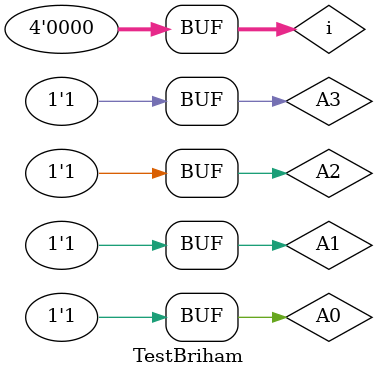
<source format=v>
`timescale 1ns / 1ps


module TestBriham;

	// Inputs
	reg A0;
	reg A1;
	reg A2;
	reg A3;
	reg [3:0] i;

	// Outputs
	wire LED;

	// Instantiate the Unit Under Test (UUT)
	BrihamDetector uut (
		.A0(A0), 
		.A1(A1), 
		.A2(A2), 
		.A3(A3), 
		.LED(LED)
	);

	initial begin
		// Initialize Inputs
		A0 = 0;
		A1 = 0;
		A2 = 0;
		A3 = 0;

		// Wait 100 ns for global reset to finish
		#100;
		
		for (i=0; i<16; i = i+1) begin
						
		A0 =i[0];
		A1 =i[1];
		A2 =i[2];
		A3 =i[3];
			
		
		#100;
		
		end
		
        
		// Add stimulus here

	end
      
endmodule


</source>
